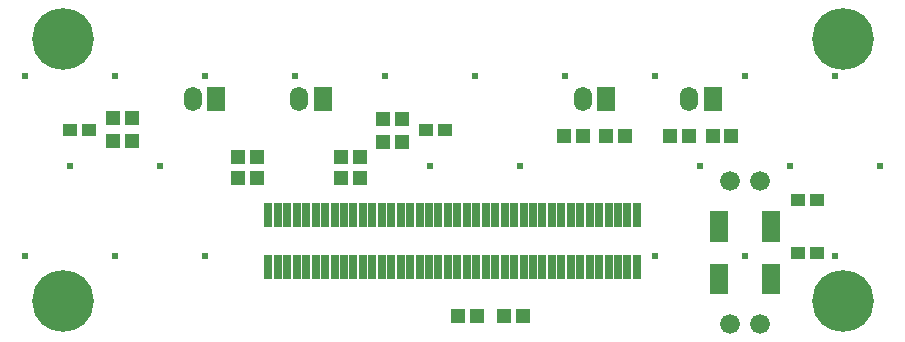
<source format=gts>
G04*
G04 #@! TF.GenerationSoftware,Altium Limited,Altium Designer,24.2.2 (26)*
G04*
G04 Layer_Color=8388736*
%FSLAX44Y44*%
%MOMM*%
G71*
G04*
G04 #@! TF.SameCoordinates,AE1E6ACB-0CC1-432D-8EAE-CAE1C6468999*
G04*
G04*
G04 #@! TF.FilePolarity,Negative*
G04*
G01*
G75*
%ADD18R,1.2000X1.1500*%
%ADD19R,1.1500X1.1000*%
%ADD20R,1.5724X0.6580*%
%ADD21R,0.6500X2.1500*%
%ADD22O,1.5470X2.0550*%
%ADD23R,1.5470X2.0550*%
%ADD24C,1.6740*%
%ADD25C,5.2300*%
%ADD26C,0.6072*%
D18*
X-166000Y28220D02*
D03*
X-182000Y28220D02*
D03*
X-166000Y46000D02*
D03*
X-182000Y46000D02*
D03*
X-94360Y45720D02*
D03*
X-78360D02*
D03*
X-42800Y78105D02*
D03*
X-58800D02*
D03*
X-42800Y59055D02*
D03*
X-58800D02*
D03*
X59180Y-88900D02*
D03*
X43180D02*
D03*
X4320D02*
D03*
X20320D02*
D03*
X236025Y63500D02*
D03*
X220025D02*
D03*
X184025D02*
D03*
X200025D02*
D03*
X146175D02*
D03*
X130175D02*
D03*
X94175D02*
D03*
X110175D02*
D03*
X-271400Y78740D02*
D03*
X-287400D02*
D03*
X-271400Y59690D02*
D03*
X-287400D02*
D03*
X-94360Y27940D02*
D03*
X-78360D02*
D03*
D19*
X-6350Y68580D02*
D03*
X-22350D02*
D03*
X308100Y-34798D02*
D03*
X292100D02*
D03*
X308100Y9652D02*
D03*
X292100D02*
D03*
X-307850Y69215D02*
D03*
X-323850D02*
D03*
D20*
X269748Y-3048D02*
D03*
X269748Y-9398D02*
D03*
Y-16002D02*
D03*
X269748Y-22352D02*
D03*
X225552D02*
D03*
X225552Y-16002D02*
D03*
Y-9398D02*
D03*
X225552Y-3048D02*
D03*
X269748Y-47498D02*
D03*
X269748Y-53848D02*
D03*
Y-60452D02*
D03*
X269748Y-66802D02*
D03*
X225552D02*
D03*
X225552Y-60452D02*
D03*
Y-53848D02*
D03*
X225552Y-47498D02*
D03*
D21*
X-156000Y-3400D02*
D03*
Y-47400D02*
D03*
X-148000Y-3400D02*
D03*
Y-47400D02*
D03*
X-140000Y-3400D02*
D03*
Y-47400D02*
D03*
X-132000Y-3400D02*
D03*
Y-47400D02*
D03*
X-124000Y-3400D02*
D03*
Y-47400D02*
D03*
X-116000Y-3400D02*
D03*
Y-47400D02*
D03*
X-108000Y-3400D02*
D03*
Y-47400D02*
D03*
X-100000Y-3400D02*
D03*
Y-47400D02*
D03*
X-92000Y-3400D02*
D03*
Y-47400D02*
D03*
X-84000Y-3400D02*
D03*
Y-47400D02*
D03*
X-76000Y-3400D02*
D03*
Y-47400D02*
D03*
X-68000Y-3400D02*
D03*
Y-47400D02*
D03*
X-60000Y-3400D02*
D03*
Y-47400D02*
D03*
X-52000Y-3400D02*
D03*
Y-47400D02*
D03*
X-44000Y-3400D02*
D03*
Y-47400D02*
D03*
X-36000Y-3400D02*
D03*
Y-47400D02*
D03*
X-28000Y-3400D02*
D03*
Y-47400D02*
D03*
X-20000Y-3400D02*
D03*
Y-47400D02*
D03*
X-12000Y-3400D02*
D03*
Y-47400D02*
D03*
X-4000Y-3400D02*
D03*
Y-47400D02*
D03*
X4000Y-3400D02*
D03*
Y-47400D02*
D03*
X12000Y-3400D02*
D03*
Y-47400D02*
D03*
X20000Y-3400D02*
D03*
Y-47400D02*
D03*
X28000Y-3400D02*
D03*
Y-47400D02*
D03*
X36000Y-3400D02*
D03*
Y-47400D02*
D03*
X44000Y-3400D02*
D03*
Y-47400D02*
D03*
X52000Y-3400D02*
D03*
Y-47400D02*
D03*
X60000Y-3400D02*
D03*
Y-47400D02*
D03*
X68000Y-3400D02*
D03*
Y-47400D02*
D03*
X76000Y-3400D02*
D03*
Y-47400D02*
D03*
X84000Y-3400D02*
D03*
Y-47400D02*
D03*
X92000Y-3400D02*
D03*
Y-47400D02*
D03*
X100000Y-3400D02*
D03*
Y-47400D02*
D03*
X108000Y-3400D02*
D03*
Y-47400D02*
D03*
X116000Y-3400D02*
D03*
Y-47400D02*
D03*
X124000Y-3400D02*
D03*
Y-47400D02*
D03*
X132000Y-3400D02*
D03*
Y-47400D02*
D03*
X140000Y-3400D02*
D03*
Y-47400D02*
D03*
X148000Y-3400D02*
D03*
Y-47400D02*
D03*
X156000Y-3400D02*
D03*
Y-47400D02*
D03*
D22*
X200025Y95250D02*
D03*
X110175D02*
D03*
X-130175D02*
D03*
X-220025D02*
D03*
D23*
X220025D02*
D03*
X130175D02*
D03*
X-110175D02*
D03*
X-200025D02*
D03*
D24*
X234950Y25400D02*
D03*
X260350D02*
D03*
Y-95250D02*
D03*
X234950D02*
D03*
D25*
X-330200Y-76200D02*
D03*
X330200D02*
D03*
X330200Y146050D02*
D03*
X-330200D02*
D03*
D26*
X323850Y114300D02*
D03*
X361950Y38100D02*
D03*
X323850Y-38100D02*
D03*
X247650Y114300D02*
D03*
X285750Y38100D02*
D03*
X247650Y-38100D02*
D03*
X171450Y114300D02*
D03*
X209550Y38100D02*
D03*
X171450Y-38100D02*
D03*
X95250Y114300D02*
D03*
X19050D02*
D03*
X57150Y38100D02*
D03*
X-57150Y114300D02*
D03*
X-19050Y38100D02*
D03*
X-133350Y114300D02*
D03*
X-209550D02*
D03*
Y-38100D02*
D03*
X-285750Y114300D02*
D03*
X-247650Y38100D02*
D03*
X-285750Y-38100D02*
D03*
X-361950Y114300D02*
D03*
X-323850Y38100D02*
D03*
X-361950Y-38100D02*
D03*
M02*

</source>
